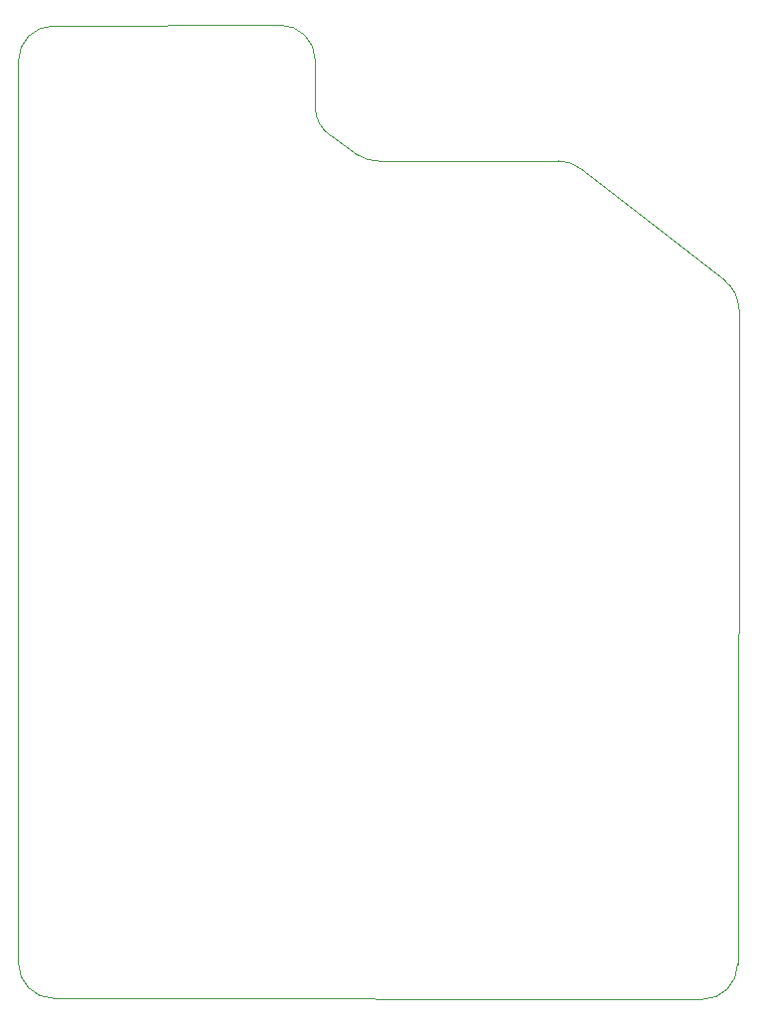
<source format=gbr>
%TF.GenerationSoftware,KiCad,Pcbnew,9.0.3*%
%TF.CreationDate,2025-08-02T05:31:17+05:30*%
%TF.ProjectId,coolbuildpathfinder,636f6f6c-6275-4696-9c64-706174686669,rev?*%
%TF.SameCoordinates,Original*%
%TF.FileFunction,Profile,NP*%
%FSLAX46Y46*%
G04 Gerber Fmt 4.6, Leading zero omitted, Abs format (unit mm)*
G04 Created by KiCad (PCBNEW 9.0.3) date 2025-08-02 05:31:17*
%MOMM*%
%LPD*%
G01*
G04 APERTURE LIST*
%TA.AperFunction,Profile*%
%ADD10C,0.050000*%
%TD*%
G04 APERTURE END LIST*
D10*
X140988142Y-52911905D02*
X121688142Y-52988189D01*
X144000000Y-59870849D02*
X144000000Y-55911881D01*
X118700000Y-55988166D02*
X118700000Y-132804890D01*
X178903235Y-74697961D02*
X166590249Y-65131027D01*
X121695106Y-135804886D02*
G75*
G02*
X118700010Y-132804890I4894J2999986D01*
G01*
X180004975Y-132900085D02*
X180097515Y-77098638D01*
X118700000Y-55988166D02*
G75*
G02*
X121688142Y-52988223I3000000J-34D01*
G01*
X180004975Y-132900085D02*
G75*
G02*
X177000085Y-135895175I-3000075J4985D01*
G01*
X121695106Y-135804886D02*
X177000085Y-135895106D01*
X149357601Y-64500000D02*
G75*
G02*
X147652119Y-63968063I-1J3000000D01*
G01*
X164749606Y-64500000D02*
G75*
G02*
X166590247Y-65131030I-6J-3000000D01*
G01*
X145294518Y-62338912D02*
G75*
G02*
X144000041Y-59870849I1705482J2468012D01*
G01*
X178903235Y-74697961D02*
G75*
G02*
X180097496Y-77098638I-1805635J-2395639D01*
G01*
X147652119Y-63968062D02*
X145294518Y-62338912D01*
X164749606Y-64500000D02*
X149357601Y-64500000D01*
X140988142Y-52911905D02*
G75*
G02*
X144000018Y-55911881I11858J-2999995D01*
G01*
M02*

</source>
